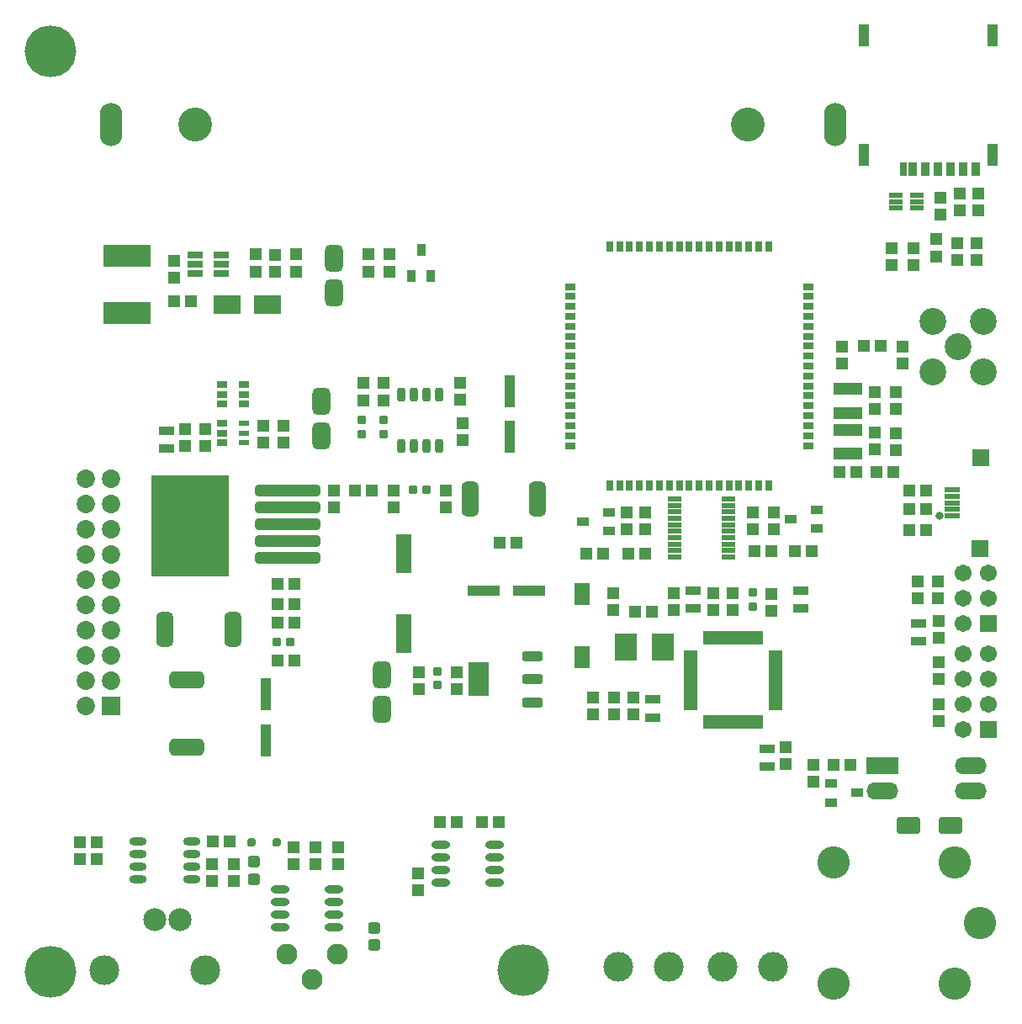
<source format=gts>
G04*
G04 #@! TF.GenerationSoftware,Altium Limited,Altium Designer,21.0.8 (223)*
G04*
G04 Layer_Color=8388736*
%FSTAX24Y24*%
%MOIN*%
G70*
G04*
G04 #@! TF.SameCoordinates,6FDD5C99-857A-4E56-A0FC-F6C85F5CD364*
G04*
G04*
G04 #@! TF.FilePolarity,Negative*
G04*
G01*
G75*
%ADD74R,0.0611X0.0237*%
%ADD75R,0.0680X0.0680*%
%ADD76R,0.0472X0.0512*%
G04:AMPARAMS|DCode=77|XSize=68mil|YSize=136.7mil|CornerRadius=19mil|HoleSize=0mil|Usage=FLASHONLY|Rotation=0.000|XOffset=0mil|YOffset=0mil|HoleType=Round|Shape=RoundedRectangle|*
%AMROUNDEDRECTD77*
21,1,0.0680,0.0987,0,0,0.0*
21,1,0.0300,0.1367,0,0,0.0*
1,1,0.0380,0.0150,-0.0494*
1,1,0.0380,-0.0150,-0.0494*
1,1,0.0380,-0.0150,0.0494*
1,1,0.0380,0.0150,0.0494*
%
%ADD77ROUNDEDRECTD77*%
%ADD78R,0.0512X0.0472*%
%ADD79R,0.0434X0.1261*%
G04:AMPARAMS|DCode=80|XSize=71mil|YSize=106.4mil|CornerRadius=19.7mil|HoleSize=0mil|Usage=FLASHONLY|Rotation=0.000|XOffset=0mil|YOffset=0mil|HoleType=Round|Shape=RoundedRectangle|*
%AMROUNDEDRECTD80*
21,1,0.0710,0.0669,0,0,0.0*
21,1,0.0315,0.1064,0,0,0.0*
1,1,0.0395,0.0157,-0.0335*
1,1,0.0395,-0.0157,-0.0335*
1,1,0.0395,-0.0157,0.0335*
1,1,0.0395,0.0157,0.0335*
%
%ADD80ROUNDEDRECTD80*%
%ADD81R,0.0828X0.1360*%
G04:AMPARAMS|DCode=82|XSize=39.5mil|YSize=82.8mil|CornerRadius=11.9mil|HoleSize=0mil|Usage=FLASHONLY|Rotation=90.000|XOffset=0mil|YOffset=0mil|HoleType=Round|Shape=RoundedRectangle|*
%AMROUNDEDRECTD82*
21,1,0.0395,0.0591,0,0,90.0*
21,1,0.0157,0.0828,0,0,90.0*
1,1,0.0237,0.0295,0.0079*
1,1,0.0237,0.0295,-0.0079*
1,1,0.0237,-0.0295,-0.0079*
1,1,0.0237,-0.0295,0.0079*
%
%ADD82ROUNDEDRECTD82*%
%ADD83R,0.0356X0.0529*%
%ADD84R,0.0395X0.0907*%
%ADD85R,0.0316X0.0529*%
%ADD86R,0.0533X0.0237*%
%ADD87R,0.0198X0.0552*%
%ADD88R,0.0552X0.0198*%
%ADD89R,0.0552X0.0237*%
%ADD90R,0.0315X0.0433*%
%ADD91R,0.0433X0.0315*%
%ADD92O,0.1261X0.0671*%
%ADD93R,0.1261X0.0671*%
%ADD94O,0.0690X0.0316*%
%ADD95R,0.0513X0.0356*%
G04:AMPARAMS|DCode=96|XSize=94.6mil|YSize=67.1mil|CornerRadius=11.4mil|HoleSize=0mil|Usage=FLASHONLY|Rotation=180.000|XOffset=0mil|YOffset=0mil|HoleType=Round|Shape=RoundedRectangle|*
%AMROUNDEDRECTD96*
21,1,0.0946,0.0443,0,0,180.0*
21,1,0.0719,0.0671,0,0,180.0*
1,1,0.0228,-0.0359,0.0221*
1,1,0.0228,0.0359,0.0221*
1,1,0.0228,0.0359,-0.0221*
1,1,0.0228,-0.0359,-0.0221*
%
%ADD96ROUNDEDRECTD96*%
%ADD97R,0.0631X0.0356*%
G04:AMPARAMS|DCode=98|XSize=47.4mil|YSize=43.4mil|CornerRadius=8.4mil|HoleSize=0mil|Usage=FLASHONLY|Rotation=0.000|XOffset=0mil|YOffset=0mil|HoleType=Round|Shape=RoundedRectangle|*
%AMROUNDEDRECTD98*
21,1,0.0474,0.0266,0,0,0.0*
21,1,0.0305,0.0434,0,0,0.0*
1,1,0.0169,0.0153,-0.0133*
1,1,0.0169,-0.0153,-0.0133*
1,1,0.0169,-0.0153,0.0133*
1,1,0.0169,0.0153,0.0133*
%
%ADD98ROUNDEDRECTD98*%
%ADD99O,0.0749X0.0316*%
G04:AMPARAMS|DCode=100|XSize=31.6mil|YSize=35.6mil|CornerRadius=7mil|HoleSize=0mil|Usage=FLASHONLY|Rotation=180.000|XOffset=0mil|YOffset=0mil|HoleType=Round|Shape=RoundedRectangle|*
%AMROUNDEDRECTD100*
21,1,0.0316,0.0217,0,0,180.0*
21,1,0.0177,0.0356,0,0,180.0*
1,1,0.0139,-0.0089,0.0108*
1,1,0.0139,0.0089,0.0108*
1,1,0.0139,0.0089,-0.0108*
1,1,0.0139,-0.0089,-0.0108*
%
%ADD100ROUNDEDRECTD100*%
%ADD101R,0.1182X0.0454*%
%ADD102R,0.0631X0.0867*%
G04:AMPARAMS|DCode=103|XSize=35.6mil|YSize=35.6mil|CornerRadius=10.9mil|HoleSize=0mil|Usage=FLASHONLY|Rotation=270.000|XOffset=0mil|YOffset=0mil|HoleType=Round|Shape=RoundedRectangle|*
%AMROUNDEDRECTD103*
21,1,0.0356,0.0138,0,0,270.0*
21,1,0.0138,0.0356,0,0,270.0*
1,1,0.0218,-0.0069,-0.0069*
1,1,0.0218,-0.0069,0.0069*
1,1,0.0218,0.0069,0.0069*
1,1,0.0218,0.0069,-0.0069*
%
%ADD103ROUNDEDRECTD103*%
%ADD104R,0.0867X0.1104*%
G04:AMPARAMS|DCode=105|XSize=35.6mil|YSize=35.6mil|CornerRadius=10.9mil|HoleSize=0mil|Usage=FLASHONLY|Rotation=180.000|XOffset=0mil|YOffset=0mil|HoleType=Round|Shape=RoundedRectangle|*
%AMROUNDEDRECTD105*
21,1,0.0356,0.0138,0,0,180.0*
21,1,0.0138,0.0356,0,0,180.0*
1,1,0.0218,-0.0069,0.0069*
1,1,0.0218,0.0069,0.0069*
1,1,0.0218,0.0069,-0.0069*
1,1,0.0218,-0.0069,-0.0069*
%
%ADD105ROUNDEDRECTD105*%
%ADD106R,0.0631X0.1537*%
%ADD107R,0.1261X0.0434*%
G04:AMPARAMS|DCode=108|XSize=31.6mil|YSize=55.2mil|CornerRadius=9.9mil|HoleSize=0mil|Usage=FLASHONLY|Rotation=180.000|XOffset=0mil|YOffset=0mil|HoleType=Round|Shape=RoundedRectangle|*
%AMROUNDEDRECTD108*
21,1,0.0316,0.0354,0,0,180.0*
21,1,0.0118,0.0552,0,0,180.0*
1,1,0.0198,-0.0059,0.0177*
1,1,0.0198,0.0059,0.0177*
1,1,0.0198,0.0059,-0.0177*
1,1,0.0198,-0.0059,-0.0177*
%
%ADD108ROUNDEDRECTD108*%
%ADD109R,0.3112X0.4017*%
G04:AMPARAMS|DCode=110|XSize=258mil|YSize=48.2mil|CornerRadius=14mil|HoleSize=0mil|Usage=FLASHONLY|Rotation=0.000|XOffset=0mil|YOffset=0mil|HoleType=Round|Shape=RoundedRectangle|*
%AMROUNDEDRECTD110*
21,1,0.2580,0.0201,0,0,0.0*
21,1,0.2299,0.0482,0,0,0.0*
1,1,0.0281,0.1150,-0.0100*
1,1,0.0281,-0.1150,-0.0100*
1,1,0.0281,-0.1150,0.0100*
1,1,0.0281,0.1150,0.0100*
%
%ADD110ROUNDEDRECTD110*%
G04:AMPARAMS|DCode=111|XSize=27.7mil|YSize=63.1mil|CornerRadius=8.9mil|HoleSize=0mil|Usage=FLASHONLY|Rotation=90.000|XOffset=0mil|YOffset=0mil|HoleType=Round|Shape=RoundedRectangle|*
%AMROUNDEDRECTD111*
21,1,0.0277,0.0453,0,0,90.0*
21,1,0.0098,0.0631,0,0,90.0*
1,1,0.0178,0.0226,0.0049*
1,1,0.0178,0.0226,-0.0049*
1,1,0.0178,-0.0226,-0.0049*
1,1,0.0178,-0.0226,0.0049*
%
%ADD111ROUNDEDRECTD111*%
%ADD112R,0.1891X0.0867*%
%ADD113R,0.0395X0.0237*%
%ADD114R,0.0395X0.0277*%
%ADD115R,0.0395X0.0316*%
%ADD116R,0.1064X0.0749*%
G04:AMPARAMS|DCode=117|XSize=68mil|YSize=136.7mil|CornerRadius=19mil|HoleSize=0mil|Usage=FLASHONLY|Rotation=90.000|XOffset=0mil|YOffset=0mil|HoleType=Round|Shape=RoundedRectangle|*
%AMROUNDEDRECTD117*
21,1,0.0680,0.0987,0,0,90.0*
21,1,0.0300,0.1367,0,0,90.0*
1,1,0.0380,0.0494,0.0150*
1,1,0.0380,0.0494,-0.0150*
1,1,0.0380,-0.0494,-0.0150*
1,1,0.0380,-0.0494,0.0150*
%
%ADD117ROUNDEDRECTD117*%
%ADD118R,0.0356X0.0513*%
%ADD119C,0.1180*%
%ADD120C,0.1182*%
%ADD121C,0.0907*%
%ADD122C,0.2049*%
%ADD123C,0.1340*%
%ADD124O,0.0895X0.1710*%
%ADD125C,0.1280*%
%ADD126C,0.0671*%
%ADD127R,0.0671X0.0671*%
%ADD128C,0.1064*%
%ADD129R,0.0730X0.0730*%
%ADD130C,0.0730*%
%ADD131C,0.0830*%
%ADD132C,0.0316*%
%ADD133C,0.0356*%
D74*
X047177Y030411D02*
D03*
Y030155D02*
D03*
Y029899D02*
D03*
Y029643D02*
D03*
Y029387D02*
D03*
D75*
X048307Y028071D02*
D03*
X048317Y031681D02*
D03*
D76*
X012638Y015768D02*
D03*
Y016437D02*
D03*
X013307Y015768D02*
D03*
Y016437D02*
D03*
X046654Y022913D02*
D03*
Y023583D02*
D03*
X046732Y041988D02*
D03*
Y041319D02*
D03*
X044803Y039311D02*
D03*
Y03998D02*
D03*
X045236Y035413D02*
D03*
Y036083D02*
D03*
X045669Y039311D02*
D03*
Y03998D02*
D03*
X027795Y032382D02*
D03*
Y033051D02*
D03*
X0249Y039735D02*
D03*
Y039065D02*
D03*
X039291Y028839D02*
D03*
Y029508D02*
D03*
X040118Y028839D02*
D03*
Y029508D02*
D03*
X048228Y041476D02*
D03*
Y042146D02*
D03*
X04748Y041476D02*
D03*
Y042146D02*
D03*
X047402Y040197D02*
D03*
Y039528D02*
D03*
X048167Y04019D02*
D03*
Y03952D02*
D03*
X046575Y040335D02*
D03*
Y039665D02*
D03*
X042835Y035413D02*
D03*
Y036083D02*
D03*
X046654Y025217D02*
D03*
Y024547D02*
D03*
X046614Y026791D02*
D03*
Y026122D02*
D03*
X045817Y026791D02*
D03*
Y026122D02*
D03*
X041693Y019508D02*
D03*
Y018839D02*
D03*
X026024Y014547D02*
D03*
Y015217D02*
D03*
X022874Y01626D02*
D03*
Y015591D02*
D03*
X021969Y01626D02*
D03*
Y015591D02*
D03*
X021102Y01624D02*
D03*
Y015571D02*
D03*
X01874Y014902D02*
D03*
Y015571D02*
D03*
X017874Y014902D02*
D03*
Y015571D02*
D03*
X027129Y030378D02*
D03*
Y029708D02*
D03*
X034291Y029508D02*
D03*
Y028839D02*
D03*
X035039Y029508D02*
D03*
Y028839D02*
D03*
X044134Y033622D02*
D03*
Y034291D02*
D03*
X044961Y033622D02*
D03*
Y034291D02*
D03*
X044134Y032677D02*
D03*
Y032008D02*
D03*
X044961Y032657D02*
D03*
Y031988D02*
D03*
X033745Y026322D02*
D03*
Y025653D02*
D03*
X03378Y021509D02*
D03*
Y022178D02*
D03*
X032953D02*
D03*
Y021509D02*
D03*
X037731Y026322D02*
D03*
Y025653D02*
D03*
X038504Y026319D02*
D03*
Y02565D02*
D03*
X040591Y019547D02*
D03*
Y020217D02*
D03*
X040039Y02628D02*
D03*
Y02561D02*
D03*
X046654Y02126D02*
D03*
Y021929D02*
D03*
X036145Y026322D02*
D03*
Y025653D02*
D03*
X03455Y022178D02*
D03*
Y021509D02*
D03*
X025064Y029718D02*
D03*
Y030387D02*
D03*
X02385Y033965D02*
D03*
Y034635D02*
D03*
X02465Y033965D02*
D03*
Y034635D02*
D03*
X0277Y033992D02*
D03*
Y034661D02*
D03*
X02755Y023185D02*
D03*
Y022515D02*
D03*
X02605D02*
D03*
Y023185D02*
D03*
X020702Y032954D02*
D03*
Y032285D02*
D03*
X0227Y030385D02*
D03*
Y029715D02*
D03*
X0199Y032954D02*
D03*
Y032285D02*
D03*
X01635Y038815D02*
D03*
Y039485D02*
D03*
X0176Y03215D02*
D03*
Y032819D02*
D03*
X0168Y032819D02*
D03*
Y03215D02*
D03*
X020367Y039062D02*
D03*
Y039731D02*
D03*
X0196Y039735D02*
D03*
Y039065D02*
D03*
X0212D02*
D03*
Y039735D02*
D03*
X02405Y039065D02*
D03*
Y039735D02*
D03*
D77*
X028089Y030039D02*
D03*
X03077D02*
D03*
X018691Y0249D02*
D03*
X016009D02*
D03*
D78*
X029941Y028307D02*
D03*
X029272D02*
D03*
X045492Y030394D02*
D03*
X046161D02*
D03*
X045492Y029646D02*
D03*
X046161D02*
D03*
Y028819D02*
D03*
X045492D02*
D03*
X032697Y027874D02*
D03*
X033366D02*
D03*
X03502D02*
D03*
X03435D02*
D03*
X04435Y036102D02*
D03*
X043681D02*
D03*
X043169Y019528D02*
D03*
X0425D02*
D03*
X02689Y017244D02*
D03*
X027559D02*
D03*
X028563D02*
D03*
X029232D02*
D03*
X017894Y016496D02*
D03*
X018563D02*
D03*
X040965Y027992D02*
D03*
X041634D02*
D03*
X04002D02*
D03*
X03935D02*
D03*
X042736Y031102D02*
D03*
X043405D02*
D03*
X044862Y031102D02*
D03*
X044193D02*
D03*
X03461Y025587D02*
D03*
X03528D02*
D03*
X02352Y030397D02*
D03*
X024189D02*
D03*
X017035Y0379D02*
D03*
X016365D02*
D03*
X020465Y0267D02*
D03*
X021135D02*
D03*
X020465Y0259D02*
D03*
X021135D02*
D03*
X021136Y023643D02*
D03*
X020466D02*
D03*
X021135Y02515D02*
D03*
X020465D02*
D03*
D79*
X02Y022306D02*
D03*
Y020494D02*
D03*
X02965Y034332D02*
D03*
Y032521D02*
D03*
D80*
X024606Y021713D02*
D03*
Y023091D02*
D03*
X0222Y032538D02*
D03*
Y033916D02*
D03*
X0227Y039589D02*
D03*
Y038211D02*
D03*
D81*
X028424Y022906D02*
D03*
D82*
X03055D02*
D03*
Y023811D02*
D03*
Y022D02*
D03*
D83*
X047142Y043106D02*
D03*
X046142D02*
D03*
X047642D02*
D03*
X046642D02*
D03*
X045642D02*
D03*
X048142D02*
D03*
D84*
X048799Y043689D02*
D03*
X043681Y048413D02*
D03*
X048799D02*
D03*
X043681Y043689D02*
D03*
D85*
X045268Y043106D02*
D03*
D86*
X0458Y042085D02*
D03*
Y041829D02*
D03*
Y041573D02*
D03*
X044973D02*
D03*
Y041829D02*
D03*
Y042085D02*
D03*
D87*
X039587Y024547D02*
D03*
X03939D02*
D03*
X039193D02*
D03*
X038996D02*
D03*
X038799D02*
D03*
X038602D02*
D03*
X038406D02*
D03*
X038209D02*
D03*
X038012D02*
D03*
X037815D02*
D03*
X037618D02*
D03*
X039587Y021201D02*
D03*
X03939D02*
D03*
X039193D02*
D03*
X038996D02*
D03*
X038799D02*
D03*
X038602D02*
D03*
X038406D02*
D03*
X038209D02*
D03*
X038012D02*
D03*
X037815D02*
D03*
X037618D02*
D03*
X037421Y024547D02*
D03*
Y021201D02*
D03*
D88*
X040177Y021791D02*
D03*
Y021988D02*
D03*
Y022185D02*
D03*
Y022382D02*
D03*
Y022579D02*
D03*
Y022776D02*
D03*
Y022972D02*
D03*
Y023169D02*
D03*
Y023366D02*
D03*
Y023563D02*
D03*
Y02376D02*
D03*
Y023957D02*
D03*
X036831Y021791D02*
D03*
Y021988D02*
D03*
Y022185D02*
D03*
Y022382D02*
D03*
Y022579D02*
D03*
Y022776D02*
D03*
Y022972D02*
D03*
Y023169D02*
D03*
Y023366D02*
D03*
Y023563D02*
D03*
Y02376D02*
D03*
Y023953D02*
D03*
D89*
X038329Y027746D02*
D03*
Y030049D02*
D03*
Y029793D02*
D03*
Y029537D02*
D03*
Y029281D02*
D03*
Y029026D02*
D03*
Y02877D02*
D03*
Y028514D02*
D03*
Y028258D02*
D03*
Y028002D02*
D03*
X036203Y027746D02*
D03*
Y028002D02*
D03*
Y028258D02*
D03*
Y028514D02*
D03*
Y02877D02*
D03*
Y029026D02*
D03*
Y029281D02*
D03*
Y029537D02*
D03*
Y029793D02*
D03*
Y030049D02*
D03*
D90*
X03874Y040039D02*
D03*
X039134D02*
D03*
X039528D02*
D03*
X039921D02*
D03*
X038346Y030591D02*
D03*
X037953D02*
D03*
X039921D02*
D03*
X039528D02*
D03*
X039134D02*
D03*
X03874D02*
D03*
X037559D02*
D03*
X035591D02*
D03*
X035984D02*
D03*
X036378D02*
D03*
X036772D02*
D03*
X037165D02*
D03*
X034016D02*
D03*
X035197D02*
D03*
X034803D02*
D03*
X034409D02*
D03*
X033622D02*
D03*
X038346Y040039D02*
D03*
X037165D02*
D03*
X034016D02*
D03*
X036772D02*
D03*
X036378D02*
D03*
X035984D02*
D03*
X035591D02*
D03*
X035197D02*
D03*
X034803D02*
D03*
X034409D02*
D03*
X037559D02*
D03*
X037953D02*
D03*
X033622D02*
D03*
D91*
X041496Y038465D02*
D03*
Y038071D02*
D03*
Y037677D02*
D03*
Y037283D02*
D03*
Y03689D02*
D03*
Y036496D02*
D03*
X032047Y032165D02*
D03*
Y032953D02*
D03*
Y033346D02*
D03*
Y032559D02*
D03*
Y03374D02*
D03*
X041496Y036102D02*
D03*
Y035709D02*
D03*
Y034134D02*
D03*
Y035315D02*
D03*
Y034921D02*
D03*
Y032165D02*
D03*
Y032559D02*
D03*
Y032953D02*
D03*
Y033346D02*
D03*
Y03374D02*
D03*
Y034528D02*
D03*
X032047Y034134D02*
D03*
Y038465D02*
D03*
Y036496D02*
D03*
Y038071D02*
D03*
Y037677D02*
D03*
Y037283D02*
D03*
Y03689D02*
D03*
Y036102D02*
D03*
Y035709D02*
D03*
Y035315D02*
D03*
Y034921D02*
D03*
Y034528D02*
D03*
D92*
X044425Y018476D02*
D03*
X047937Y019476D02*
D03*
Y018476D02*
D03*
D93*
X044425Y019476D02*
D03*
D94*
X017047Y014998D02*
D03*
Y015498D02*
D03*
Y015998D02*
D03*
Y016498D02*
D03*
X014921Y014998D02*
D03*
Y015498D02*
D03*
Y015998D02*
D03*
Y016498D02*
D03*
D95*
X040787Y029252D02*
D03*
X041811Y029626D02*
D03*
Y028878D02*
D03*
X042402Y01878D02*
D03*
Y018032D02*
D03*
X043425Y018406D02*
D03*
X033583Y02878D02*
D03*
Y029528D02*
D03*
X032559Y029154D02*
D03*
D96*
X047126Y017126D02*
D03*
X045472D02*
D03*
D97*
X045866Y024423D02*
D03*
Y025132D02*
D03*
X039862Y019449D02*
D03*
Y020157D02*
D03*
X036924Y026433D02*
D03*
Y025724D02*
D03*
X041181Y026417D02*
D03*
Y025709D02*
D03*
X035317Y022103D02*
D03*
Y021394D02*
D03*
X01605Y032754D02*
D03*
Y032046D02*
D03*
D98*
X024291Y012382D02*
D03*
Y013051D02*
D03*
X019528Y015D02*
D03*
Y015669D02*
D03*
D99*
X026929Y015841D02*
D03*
Y014841D02*
D03*
Y015341D02*
D03*
Y016341D02*
D03*
X029055Y014841D02*
D03*
Y015341D02*
D03*
Y015841D02*
D03*
Y016341D02*
D03*
X020551Y013069D02*
D03*
Y013569D02*
D03*
Y014069D02*
D03*
Y014569D02*
D03*
X022677Y013069D02*
D03*
Y014069D02*
D03*
Y014569D02*
D03*
Y013569D02*
D03*
D100*
X020413Y016457D02*
D03*
X019429D02*
D03*
D101*
X043071Y034409D02*
D03*
Y033465D02*
D03*
Y03185D02*
D03*
Y032795D02*
D03*
D102*
X032517Y026299D02*
D03*
Y02378D02*
D03*
D103*
X039291Y025787D02*
D03*
Y026339D02*
D03*
X02465Y033176D02*
D03*
Y032624D02*
D03*
X023805Y033173D02*
D03*
Y032621D02*
D03*
X0268Y022674D02*
D03*
Y023226D02*
D03*
D104*
X034272Y024173D02*
D03*
X035728D02*
D03*
D105*
X026375Y03042D02*
D03*
X025824D02*
D03*
X020424Y0244D02*
D03*
X020976D02*
D03*
D106*
X02545Y0279D02*
D03*
D03*
Y024711D02*
D03*
D107*
X030433Y026417D02*
D03*
X028622D02*
D03*
D108*
X02585Y0342D02*
D03*
X02685D02*
D03*
X02635D02*
D03*
X02535D02*
D03*
X02685D02*
D03*
Y032153D02*
D03*
X02635D02*
D03*
X02585D02*
D03*
X02535D02*
D03*
D109*
X017001Y028971D02*
D03*
D110*
X02085Y027711D02*
D03*
Y028381D02*
D03*
Y02905D02*
D03*
Y029719D02*
D03*
Y030389D02*
D03*
D111*
X018212Y03935D02*
D03*
Y039724D02*
D03*
X017188Y038976D02*
D03*
Y03935D02*
D03*
Y039724D02*
D03*
X018212Y038976D02*
D03*
D112*
X0145Y039692D02*
D03*
Y037408D02*
D03*
D113*
X019132Y033038D02*
D03*
Y032664D02*
D03*
Y03229D02*
D03*
D114*
X018266Y033038D02*
D03*
Y032664D02*
D03*
Y03229D02*
D03*
D115*
X019133Y033826D02*
D03*
Y034574D02*
D03*
Y0342D02*
D03*
X018267Y033826D02*
D03*
Y0342D02*
D03*
Y034574D02*
D03*
D116*
X01845Y03775D02*
D03*
X02005D02*
D03*
D117*
X016871Y020202D02*
D03*
Y022883D02*
D03*
D118*
X02615Y039912D02*
D03*
X026524Y038888D02*
D03*
X025776D02*
D03*
D119*
X035952Y011526D02*
D03*
X033952D02*
D03*
X038078D02*
D03*
X040078D02*
D03*
D120*
X017591Y011372D02*
D03*
X013591D02*
D03*
D121*
X016591Y013372D02*
D03*
X015591D02*
D03*
D122*
X030197Y011378D02*
D03*
X011449Y011307D02*
D03*
X011457Y047795D02*
D03*
D123*
X039098Y044882D02*
D03*
X017203D02*
D03*
D124*
X042559D02*
D03*
X013858D02*
D03*
D125*
X04729Y015657D02*
D03*
X04249Y010857D02*
D03*
X04829Y013257D02*
D03*
X04249Y015657D02*
D03*
X04729Y010857D02*
D03*
D126*
X047622Y027126D02*
D03*
Y026126D02*
D03*
Y025126D02*
D03*
X048622Y027126D02*
D03*
Y026126D02*
D03*
Y021929D02*
D03*
Y022929D02*
D03*
Y023929D02*
D03*
X047622Y020929D02*
D03*
Y021929D02*
D03*
Y022929D02*
D03*
Y023929D02*
D03*
D127*
X048622Y025126D02*
D03*
Y020929D02*
D03*
D128*
X046425Y037079D02*
D03*
Y035079D02*
D03*
X048425D02*
D03*
Y037079D02*
D03*
X047425Y036079D02*
D03*
D129*
X01385Y02185D02*
D03*
D130*
X01285D02*
D03*
X01385Y02285D02*
D03*
X01285D02*
D03*
X01385Y02385D02*
D03*
X01285D02*
D03*
X01385Y02485D02*
D03*
X01285D02*
D03*
X01385Y02585D02*
D03*
X01285D02*
D03*
X01385Y02685D02*
D03*
X01285D02*
D03*
X01385Y02785D02*
D03*
X01285D02*
D03*
X01385Y02885D02*
D03*
X01285D02*
D03*
X01385Y02985D02*
D03*
X01285D02*
D03*
X01385Y03085D02*
D03*
X01285D02*
D03*
D131*
X020827Y012008D02*
D03*
X022827D02*
D03*
X021827Y011008D02*
D03*
D132*
X046693Y02937D02*
D03*
D133*
X016614Y027968D02*
D03*
X01566Y02874D02*
D03*
X01752Y030354D02*
D03*
X016575Y029496D02*
D03*
X01562D02*
D03*
X01752D02*
D03*
X017559Y027205D02*
D03*
Y027968D02*
D03*
X01562Y030354D02*
D03*
X016614Y027205D02*
D03*
X01566Y027968D02*
D03*
Y027205D02*
D03*
X017559Y02874D02*
D03*
X016575Y030354D02*
D03*
X016614Y02874D02*
D03*
M02*

</source>
